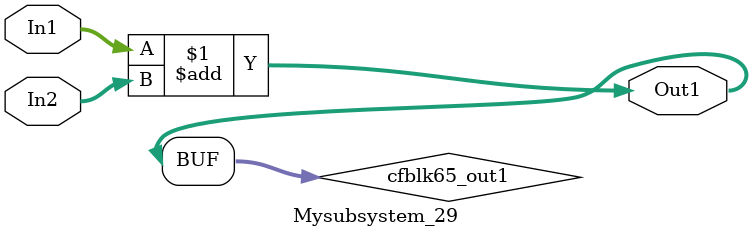
<source format=v>



`timescale 1 ns / 1 ns

module Mysubsystem_29
          (In1,
           In2,
           Out1);


  input   [7:0] In1;  // uint8
  input   [7:0] In2;  // uint8
  output  [7:0] Out1;  // uint8


  wire [7:0] cfblk65_out1;  // uint8


  assign cfblk65_out1 = In1 + In2;



  assign Out1 = cfblk65_out1;

endmodule  // Mysubsystem_29


</source>
